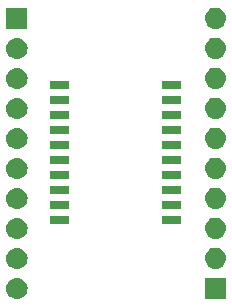
<source format=gts>
G04 #@! TF.GenerationSoftware,KiCad,Pcbnew,(5.1.4-0-10_14)*
G04 #@! TF.CreationDate,2019-12-04T21:12:01-08:00*
G04 #@! TF.ProjectId,SO20,534f3230-2e6b-4696-9361-645f70636258,rev?*
G04 #@! TF.SameCoordinates,Original*
G04 #@! TF.FileFunction,Soldermask,Top*
G04 #@! TF.FilePolarity,Negative*
%FSLAX46Y46*%
G04 Gerber Fmt 4.6, Leading zero omitted, Abs format (unit mm)*
G04 Created by KiCad (PCBNEW (5.1.4-0-10_14)) date 2019-12-04 21:12:01*
%MOMM*%
%LPD*%
G04 APERTURE LIST*
%ADD10C,0.100000*%
G04 APERTURE END LIST*
D10*
G36*
X134260543Y-78137619D02*
G01*
X134326727Y-78144137D01*
X134496566Y-78195657D01*
X134653091Y-78279322D01*
X134688829Y-78308652D01*
X134790286Y-78391914D01*
X134873548Y-78493371D01*
X134902878Y-78529109D01*
X134986543Y-78685634D01*
X135038063Y-78855473D01*
X135055459Y-79032100D01*
X135038063Y-79208727D01*
X134986543Y-79378566D01*
X134902878Y-79535091D01*
X134873548Y-79570829D01*
X134790286Y-79672286D01*
X134688829Y-79755548D01*
X134653091Y-79784878D01*
X134496566Y-79868543D01*
X134326727Y-79920063D01*
X134260542Y-79926582D01*
X134194360Y-79933100D01*
X134105840Y-79933100D01*
X134039658Y-79926582D01*
X133973473Y-79920063D01*
X133803634Y-79868543D01*
X133647109Y-79784878D01*
X133611371Y-79755548D01*
X133509914Y-79672286D01*
X133426652Y-79570829D01*
X133397322Y-79535091D01*
X133313657Y-79378566D01*
X133262137Y-79208727D01*
X133244741Y-79032100D01*
X133262137Y-78855473D01*
X133313657Y-78685634D01*
X133397322Y-78529109D01*
X133426652Y-78493371D01*
X133509914Y-78391914D01*
X133611371Y-78308652D01*
X133647109Y-78279322D01*
X133803634Y-78195657D01*
X133973473Y-78144137D01*
X134039657Y-78137619D01*
X134105840Y-78131100D01*
X134194360Y-78131100D01*
X134260543Y-78137619D01*
X134260543Y-78137619D01*
G37*
G36*
X151865900Y-79920400D02*
G01*
X150063900Y-79920400D01*
X150063900Y-78118400D01*
X151865900Y-78118400D01*
X151865900Y-79920400D01*
X151865900Y-79920400D01*
G37*
G36*
X134260543Y-75597619D02*
G01*
X134326727Y-75604137D01*
X134496566Y-75655657D01*
X134653091Y-75739322D01*
X134688829Y-75768652D01*
X134790286Y-75851914D01*
X134873548Y-75953371D01*
X134902878Y-75989109D01*
X134986543Y-76145634D01*
X135038063Y-76315473D01*
X135055459Y-76492100D01*
X135038063Y-76668727D01*
X134986543Y-76838566D01*
X134902878Y-76995091D01*
X134873548Y-77030829D01*
X134790286Y-77132286D01*
X134688829Y-77215548D01*
X134653091Y-77244878D01*
X134496566Y-77328543D01*
X134326727Y-77380063D01*
X134260543Y-77386581D01*
X134194360Y-77393100D01*
X134105840Y-77393100D01*
X134039657Y-77386581D01*
X133973473Y-77380063D01*
X133803634Y-77328543D01*
X133647109Y-77244878D01*
X133611371Y-77215548D01*
X133509914Y-77132286D01*
X133426652Y-77030829D01*
X133397322Y-76995091D01*
X133313657Y-76838566D01*
X133262137Y-76668727D01*
X133244741Y-76492100D01*
X133262137Y-76315473D01*
X133313657Y-76145634D01*
X133397322Y-75989109D01*
X133426652Y-75953371D01*
X133509914Y-75851914D01*
X133611371Y-75768652D01*
X133647109Y-75739322D01*
X133803634Y-75655657D01*
X133973473Y-75604137D01*
X134039657Y-75597619D01*
X134105840Y-75591100D01*
X134194360Y-75591100D01*
X134260543Y-75597619D01*
X134260543Y-75597619D01*
G37*
G36*
X151075342Y-75584918D02*
G01*
X151141527Y-75591437D01*
X151311366Y-75642957D01*
X151467891Y-75726622D01*
X151503629Y-75755952D01*
X151605086Y-75839214D01*
X151688348Y-75940671D01*
X151717678Y-75976409D01*
X151801343Y-76132934D01*
X151852863Y-76302773D01*
X151870259Y-76479400D01*
X151852863Y-76656027D01*
X151801343Y-76825866D01*
X151717678Y-76982391D01*
X151707257Y-76995089D01*
X151605086Y-77119586D01*
X151503629Y-77202848D01*
X151467891Y-77232178D01*
X151311366Y-77315843D01*
X151141527Y-77367363D01*
X151075342Y-77373882D01*
X151009160Y-77380400D01*
X150920640Y-77380400D01*
X150854458Y-77373882D01*
X150788273Y-77367363D01*
X150618434Y-77315843D01*
X150461909Y-77232178D01*
X150426171Y-77202848D01*
X150324714Y-77119586D01*
X150222543Y-76995089D01*
X150212122Y-76982391D01*
X150128457Y-76825866D01*
X150076937Y-76656027D01*
X150059541Y-76479400D01*
X150076937Y-76302773D01*
X150128457Y-76132934D01*
X150212122Y-75976409D01*
X150241452Y-75940671D01*
X150324714Y-75839214D01*
X150426171Y-75755952D01*
X150461909Y-75726622D01*
X150618434Y-75642957D01*
X150788273Y-75591437D01*
X150854458Y-75584918D01*
X150920640Y-75578400D01*
X151009160Y-75578400D01*
X151075342Y-75584918D01*
X151075342Y-75584918D01*
G37*
G36*
X134260542Y-73057618D02*
G01*
X134326727Y-73064137D01*
X134496566Y-73115657D01*
X134653091Y-73199322D01*
X134688829Y-73228652D01*
X134790286Y-73311914D01*
X134873548Y-73413371D01*
X134902878Y-73449109D01*
X134986543Y-73605634D01*
X135038063Y-73775473D01*
X135055459Y-73952100D01*
X135038063Y-74128727D01*
X134986543Y-74298566D01*
X134902878Y-74455091D01*
X134873548Y-74490829D01*
X134790286Y-74592286D01*
X134688829Y-74675548D01*
X134653091Y-74704878D01*
X134496566Y-74788543D01*
X134326727Y-74840063D01*
X134260542Y-74846582D01*
X134194360Y-74853100D01*
X134105840Y-74853100D01*
X134039658Y-74846582D01*
X133973473Y-74840063D01*
X133803634Y-74788543D01*
X133647109Y-74704878D01*
X133611371Y-74675548D01*
X133509914Y-74592286D01*
X133426652Y-74490829D01*
X133397322Y-74455091D01*
X133313657Y-74298566D01*
X133262137Y-74128727D01*
X133244741Y-73952100D01*
X133262137Y-73775473D01*
X133313657Y-73605634D01*
X133397322Y-73449109D01*
X133426652Y-73413371D01*
X133509914Y-73311914D01*
X133611371Y-73228652D01*
X133647109Y-73199322D01*
X133803634Y-73115657D01*
X133973473Y-73064137D01*
X134039658Y-73057618D01*
X134105840Y-73051100D01*
X134194360Y-73051100D01*
X134260542Y-73057618D01*
X134260542Y-73057618D01*
G37*
G36*
X151075343Y-73044919D02*
G01*
X151141527Y-73051437D01*
X151311366Y-73102957D01*
X151467891Y-73186622D01*
X151503629Y-73215952D01*
X151605086Y-73299214D01*
X151688348Y-73400671D01*
X151717678Y-73436409D01*
X151801343Y-73592934D01*
X151852863Y-73762773D01*
X151870259Y-73939400D01*
X151852863Y-74116027D01*
X151801343Y-74285866D01*
X151717678Y-74442391D01*
X151707257Y-74455089D01*
X151605086Y-74579586D01*
X151503629Y-74662848D01*
X151467891Y-74692178D01*
X151311366Y-74775843D01*
X151141527Y-74827363D01*
X151075343Y-74833881D01*
X151009160Y-74840400D01*
X150920640Y-74840400D01*
X150854457Y-74833881D01*
X150788273Y-74827363D01*
X150618434Y-74775843D01*
X150461909Y-74692178D01*
X150426171Y-74662848D01*
X150324714Y-74579586D01*
X150222543Y-74455089D01*
X150212122Y-74442391D01*
X150128457Y-74285866D01*
X150076937Y-74116027D01*
X150059541Y-73939400D01*
X150076937Y-73762773D01*
X150128457Y-73592934D01*
X150212122Y-73436409D01*
X150241452Y-73400671D01*
X150324714Y-73299214D01*
X150426171Y-73215952D01*
X150461909Y-73186622D01*
X150618434Y-73102957D01*
X150788273Y-73051437D01*
X150854457Y-73044919D01*
X150920640Y-73038400D01*
X151009160Y-73038400D01*
X151075343Y-73044919D01*
X151075343Y-73044919D01*
G37*
G36*
X148083100Y-73604600D02*
G01*
X146481100Y-73604600D01*
X146481100Y-72902600D01*
X148083100Y-72902600D01*
X148083100Y-73604600D01*
X148083100Y-73604600D01*
G37*
G36*
X138583100Y-73604600D02*
G01*
X136981100Y-73604600D01*
X136981100Y-72902600D01*
X138583100Y-72902600D01*
X138583100Y-73604600D01*
X138583100Y-73604600D01*
G37*
G36*
X148083100Y-72334600D02*
G01*
X146481100Y-72334600D01*
X146481100Y-71632600D01*
X148083100Y-71632600D01*
X148083100Y-72334600D01*
X148083100Y-72334600D01*
G37*
G36*
X138583100Y-72334600D02*
G01*
X136981100Y-72334600D01*
X136981100Y-71632600D01*
X138583100Y-71632600D01*
X138583100Y-72334600D01*
X138583100Y-72334600D01*
G37*
G36*
X134260542Y-70517618D02*
G01*
X134326727Y-70524137D01*
X134496566Y-70575657D01*
X134653091Y-70659322D01*
X134688829Y-70688652D01*
X134790286Y-70771914D01*
X134873548Y-70873371D01*
X134902878Y-70909109D01*
X134986543Y-71065634D01*
X135038063Y-71235473D01*
X135055459Y-71412100D01*
X135038063Y-71588727D01*
X134986543Y-71758566D01*
X134902878Y-71915091D01*
X134873548Y-71950829D01*
X134790286Y-72052286D01*
X134688829Y-72135548D01*
X134653091Y-72164878D01*
X134496566Y-72248543D01*
X134326727Y-72300063D01*
X134260543Y-72306581D01*
X134194360Y-72313100D01*
X134105840Y-72313100D01*
X134039657Y-72306581D01*
X133973473Y-72300063D01*
X133803634Y-72248543D01*
X133647109Y-72164878D01*
X133611371Y-72135548D01*
X133509914Y-72052286D01*
X133426652Y-71950829D01*
X133397322Y-71915091D01*
X133313657Y-71758566D01*
X133262137Y-71588727D01*
X133244741Y-71412100D01*
X133262137Y-71235473D01*
X133313657Y-71065634D01*
X133397322Y-70909109D01*
X133426652Y-70873371D01*
X133509914Y-70771914D01*
X133611371Y-70688652D01*
X133647109Y-70659322D01*
X133803634Y-70575657D01*
X133973473Y-70524137D01*
X134039658Y-70517618D01*
X134105840Y-70511100D01*
X134194360Y-70511100D01*
X134260542Y-70517618D01*
X134260542Y-70517618D01*
G37*
G36*
X151075342Y-70504918D02*
G01*
X151141527Y-70511437D01*
X151311366Y-70562957D01*
X151467891Y-70646622D01*
X151503629Y-70675952D01*
X151605086Y-70759214D01*
X151688348Y-70860671D01*
X151717678Y-70896409D01*
X151801343Y-71052934D01*
X151852863Y-71222773D01*
X151870259Y-71399400D01*
X151852863Y-71576027D01*
X151801343Y-71745866D01*
X151717678Y-71902391D01*
X151707257Y-71915089D01*
X151605086Y-72039586D01*
X151503629Y-72122848D01*
X151467891Y-72152178D01*
X151311366Y-72235843D01*
X151141527Y-72287363D01*
X151075343Y-72293881D01*
X151009160Y-72300400D01*
X150920640Y-72300400D01*
X150854457Y-72293881D01*
X150788273Y-72287363D01*
X150618434Y-72235843D01*
X150461909Y-72152178D01*
X150426171Y-72122848D01*
X150324714Y-72039586D01*
X150222543Y-71915089D01*
X150212122Y-71902391D01*
X150128457Y-71745866D01*
X150076937Y-71576027D01*
X150059541Y-71399400D01*
X150076937Y-71222773D01*
X150128457Y-71052934D01*
X150212122Y-70896409D01*
X150241452Y-70860671D01*
X150324714Y-70759214D01*
X150426171Y-70675952D01*
X150461909Y-70646622D01*
X150618434Y-70562957D01*
X150788273Y-70511437D01*
X150854458Y-70504918D01*
X150920640Y-70498400D01*
X151009160Y-70498400D01*
X151075342Y-70504918D01*
X151075342Y-70504918D01*
G37*
G36*
X148083100Y-71064600D02*
G01*
X146481100Y-71064600D01*
X146481100Y-70362600D01*
X148083100Y-70362600D01*
X148083100Y-71064600D01*
X148083100Y-71064600D01*
G37*
G36*
X138583100Y-71064600D02*
G01*
X136981100Y-71064600D01*
X136981100Y-70362600D01*
X138583100Y-70362600D01*
X138583100Y-71064600D01*
X138583100Y-71064600D01*
G37*
G36*
X138583100Y-69794600D02*
G01*
X136981100Y-69794600D01*
X136981100Y-69092600D01*
X138583100Y-69092600D01*
X138583100Y-69794600D01*
X138583100Y-69794600D01*
G37*
G36*
X148083100Y-69794600D02*
G01*
X146481100Y-69794600D01*
X146481100Y-69092600D01*
X148083100Y-69092600D01*
X148083100Y-69794600D01*
X148083100Y-69794600D01*
G37*
G36*
X134260543Y-67977619D02*
G01*
X134326727Y-67984137D01*
X134496566Y-68035657D01*
X134653091Y-68119322D01*
X134688829Y-68148652D01*
X134790286Y-68231914D01*
X134873548Y-68333371D01*
X134902878Y-68369109D01*
X134986543Y-68525634D01*
X135038063Y-68695473D01*
X135055459Y-68872100D01*
X135038063Y-69048727D01*
X134986543Y-69218566D01*
X134902878Y-69375091D01*
X134873548Y-69410829D01*
X134790286Y-69512286D01*
X134688829Y-69595548D01*
X134653091Y-69624878D01*
X134496566Y-69708543D01*
X134326727Y-69760063D01*
X134260542Y-69766582D01*
X134194360Y-69773100D01*
X134105840Y-69773100D01*
X134039658Y-69766582D01*
X133973473Y-69760063D01*
X133803634Y-69708543D01*
X133647109Y-69624878D01*
X133611371Y-69595548D01*
X133509914Y-69512286D01*
X133426652Y-69410829D01*
X133397322Y-69375091D01*
X133313657Y-69218566D01*
X133262137Y-69048727D01*
X133244741Y-68872100D01*
X133262137Y-68695473D01*
X133313657Y-68525634D01*
X133397322Y-68369109D01*
X133426652Y-68333371D01*
X133509914Y-68231914D01*
X133611371Y-68148652D01*
X133647109Y-68119322D01*
X133803634Y-68035657D01*
X133973473Y-67984137D01*
X134039657Y-67977619D01*
X134105840Y-67971100D01*
X134194360Y-67971100D01*
X134260543Y-67977619D01*
X134260543Y-67977619D01*
G37*
G36*
X151075343Y-67964919D02*
G01*
X151141527Y-67971437D01*
X151311366Y-68022957D01*
X151467891Y-68106622D01*
X151503629Y-68135952D01*
X151605086Y-68219214D01*
X151688348Y-68320671D01*
X151717678Y-68356409D01*
X151801343Y-68512934D01*
X151852863Y-68682773D01*
X151870259Y-68859400D01*
X151852863Y-69036027D01*
X151801343Y-69205866D01*
X151717678Y-69362391D01*
X151707257Y-69375089D01*
X151605086Y-69499586D01*
X151503629Y-69582848D01*
X151467891Y-69612178D01*
X151311366Y-69695843D01*
X151141527Y-69747363D01*
X151075342Y-69753882D01*
X151009160Y-69760400D01*
X150920640Y-69760400D01*
X150854458Y-69753882D01*
X150788273Y-69747363D01*
X150618434Y-69695843D01*
X150461909Y-69612178D01*
X150426171Y-69582848D01*
X150324714Y-69499586D01*
X150222543Y-69375089D01*
X150212122Y-69362391D01*
X150128457Y-69205866D01*
X150076937Y-69036027D01*
X150059541Y-68859400D01*
X150076937Y-68682773D01*
X150128457Y-68512934D01*
X150212122Y-68356409D01*
X150241452Y-68320671D01*
X150324714Y-68219214D01*
X150426171Y-68135952D01*
X150461909Y-68106622D01*
X150618434Y-68022957D01*
X150788273Y-67971437D01*
X150854457Y-67964919D01*
X150920640Y-67958400D01*
X151009160Y-67958400D01*
X151075343Y-67964919D01*
X151075343Y-67964919D01*
G37*
G36*
X138583100Y-68524600D02*
G01*
X136981100Y-68524600D01*
X136981100Y-67822600D01*
X138583100Y-67822600D01*
X138583100Y-68524600D01*
X138583100Y-68524600D01*
G37*
G36*
X148083100Y-68524600D02*
G01*
X146481100Y-68524600D01*
X146481100Y-67822600D01*
X148083100Y-67822600D01*
X148083100Y-68524600D01*
X148083100Y-68524600D01*
G37*
G36*
X138583100Y-67254600D02*
G01*
X136981100Y-67254600D01*
X136981100Y-66552600D01*
X138583100Y-66552600D01*
X138583100Y-67254600D01*
X138583100Y-67254600D01*
G37*
G36*
X148083100Y-67254600D02*
G01*
X146481100Y-67254600D01*
X146481100Y-66552600D01*
X148083100Y-66552600D01*
X148083100Y-67254600D01*
X148083100Y-67254600D01*
G37*
G36*
X134260543Y-65437619D02*
G01*
X134326727Y-65444137D01*
X134496566Y-65495657D01*
X134653091Y-65579322D01*
X134688829Y-65608652D01*
X134790286Y-65691914D01*
X134873548Y-65793371D01*
X134902878Y-65829109D01*
X134986543Y-65985634D01*
X135038063Y-66155473D01*
X135055459Y-66332100D01*
X135038063Y-66508727D01*
X134986543Y-66678566D01*
X134902878Y-66835091D01*
X134873548Y-66870829D01*
X134790286Y-66972286D01*
X134688829Y-67055548D01*
X134653091Y-67084878D01*
X134496566Y-67168543D01*
X134326727Y-67220063D01*
X134260543Y-67226581D01*
X134194360Y-67233100D01*
X134105840Y-67233100D01*
X134039657Y-67226581D01*
X133973473Y-67220063D01*
X133803634Y-67168543D01*
X133647109Y-67084878D01*
X133611371Y-67055548D01*
X133509914Y-66972286D01*
X133426652Y-66870829D01*
X133397322Y-66835091D01*
X133313657Y-66678566D01*
X133262137Y-66508727D01*
X133244741Y-66332100D01*
X133262137Y-66155473D01*
X133313657Y-65985634D01*
X133397322Y-65829109D01*
X133426652Y-65793371D01*
X133509914Y-65691914D01*
X133611371Y-65608652D01*
X133647109Y-65579322D01*
X133803634Y-65495657D01*
X133973473Y-65444137D01*
X134039657Y-65437619D01*
X134105840Y-65431100D01*
X134194360Y-65431100D01*
X134260543Y-65437619D01*
X134260543Y-65437619D01*
G37*
G36*
X151075342Y-65424918D02*
G01*
X151141527Y-65431437D01*
X151311366Y-65482957D01*
X151467891Y-65566622D01*
X151503629Y-65595952D01*
X151605086Y-65679214D01*
X151688348Y-65780671D01*
X151717678Y-65816409D01*
X151801343Y-65972934D01*
X151852863Y-66142773D01*
X151870259Y-66319400D01*
X151852863Y-66496027D01*
X151801343Y-66665866D01*
X151717678Y-66822391D01*
X151707257Y-66835089D01*
X151605086Y-66959586D01*
X151503629Y-67042848D01*
X151467891Y-67072178D01*
X151311366Y-67155843D01*
X151141527Y-67207363D01*
X151075342Y-67213882D01*
X151009160Y-67220400D01*
X150920640Y-67220400D01*
X150854458Y-67213882D01*
X150788273Y-67207363D01*
X150618434Y-67155843D01*
X150461909Y-67072178D01*
X150426171Y-67042848D01*
X150324714Y-66959586D01*
X150222543Y-66835089D01*
X150212122Y-66822391D01*
X150128457Y-66665866D01*
X150076937Y-66496027D01*
X150059541Y-66319400D01*
X150076937Y-66142773D01*
X150128457Y-65972934D01*
X150212122Y-65816409D01*
X150241452Y-65780671D01*
X150324714Y-65679214D01*
X150426171Y-65595952D01*
X150461909Y-65566622D01*
X150618434Y-65482957D01*
X150788273Y-65431437D01*
X150854458Y-65424918D01*
X150920640Y-65418400D01*
X151009160Y-65418400D01*
X151075342Y-65424918D01*
X151075342Y-65424918D01*
G37*
G36*
X138583100Y-65984600D02*
G01*
X136981100Y-65984600D01*
X136981100Y-65282600D01*
X138583100Y-65282600D01*
X138583100Y-65984600D01*
X138583100Y-65984600D01*
G37*
G36*
X148083100Y-65984600D02*
G01*
X146481100Y-65984600D01*
X146481100Y-65282600D01*
X148083100Y-65282600D01*
X148083100Y-65984600D01*
X148083100Y-65984600D01*
G37*
G36*
X138583100Y-64714600D02*
G01*
X136981100Y-64714600D01*
X136981100Y-64012600D01*
X138583100Y-64012600D01*
X138583100Y-64714600D01*
X138583100Y-64714600D01*
G37*
G36*
X148083100Y-64714600D02*
G01*
X146481100Y-64714600D01*
X146481100Y-64012600D01*
X148083100Y-64012600D01*
X148083100Y-64714600D01*
X148083100Y-64714600D01*
G37*
G36*
X134260542Y-62897618D02*
G01*
X134326727Y-62904137D01*
X134496566Y-62955657D01*
X134653091Y-63039322D01*
X134688829Y-63068652D01*
X134790286Y-63151914D01*
X134873548Y-63253371D01*
X134902878Y-63289109D01*
X134986543Y-63445634D01*
X135038063Y-63615473D01*
X135055459Y-63792100D01*
X135038063Y-63968727D01*
X134986543Y-64138566D01*
X134902878Y-64295091D01*
X134873548Y-64330829D01*
X134790286Y-64432286D01*
X134688829Y-64515548D01*
X134653091Y-64544878D01*
X134496566Y-64628543D01*
X134326727Y-64680063D01*
X134260542Y-64686582D01*
X134194360Y-64693100D01*
X134105840Y-64693100D01*
X134039658Y-64686582D01*
X133973473Y-64680063D01*
X133803634Y-64628543D01*
X133647109Y-64544878D01*
X133611371Y-64515548D01*
X133509914Y-64432286D01*
X133426652Y-64330829D01*
X133397322Y-64295091D01*
X133313657Y-64138566D01*
X133262137Y-63968727D01*
X133244741Y-63792100D01*
X133262137Y-63615473D01*
X133313657Y-63445634D01*
X133397322Y-63289109D01*
X133426652Y-63253371D01*
X133509914Y-63151914D01*
X133611371Y-63068652D01*
X133647109Y-63039322D01*
X133803634Y-62955657D01*
X133973473Y-62904137D01*
X134039658Y-62897618D01*
X134105840Y-62891100D01*
X134194360Y-62891100D01*
X134260542Y-62897618D01*
X134260542Y-62897618D01*
G37*
G36*
X151075343Y-62884919D02*
G01*
X151141527Y-62891437D01*
X151311366Y-62942957D01*
X151467891Y-63026622D01*
X151503629Y-63055952D01*
X151605086Y-63139214D01*
X151688348Y-63240671D01*
X151717678Y-63276409D01*
X151801343Y-63432934D01*
X151852863Y-63602773D01*
X151870259Y-63779400D01*
X151852863Y-63956027D01*
X151801343Y-64125866D01*
X151717678Y-64282391D01*
X151707257Y-64295089D01*
X151605086Y-64419586D01*
X151503629Y-64502848D01*
X151467891Y-64532178D01*
X151311366Y-64615843D01*
X151141527Y-64667363D01*
X151075342Y-64673882D01*
X151009160Y-64680400D01*
X150920640Y-64680400D01*
X150854458Y-64673882D01*
X150788273Y-64667363D01*
X150618434Y-64615843D01*
X150461909Y-64532178D01*
X150426171Y-64502848D01*
X150324714Y-64419586D01*
X150222543Y-64295089D01*
X150212122Y-64282391D01*
X150128457Y-64125866D01*
X150076937Y-63956027D01*
X150059541Y-63779400D01*
X150076937Y-63602773D01*
X150128457Y-63432934D01*
X150212122Y-63276409D01*
X150241452Y-63240671D01*
X150324714Y-63139214D01*
X150426171Y-63055952D01*
X150461909Y-63026622D01*
X150618434Y-62942957D01*
X150788273Y-62891437D01*
X150854457Y-62884919D01*
X150920640Y-62878400D01*
X151009160Y-62878400D01*
X151075343Y-62884919D01*
X151075343Y-62884919D01*
G37*
G36*
X138583100Y-63444600D02*
G01*
X136981100Y-63444600D01*
X136981100Y-62742600D01*
X138583100Y-62742600D01*
X138583100Y-63444600D01*
X138583100Y-63444600D01*
G37*
G36*
X148083100Y-63444600D02*
G01*
X146481100Y-63444600D01*
X146481100Y-62742600D01*
X148083100Y-62742600D01*
X148083100Y-63444600D01*
X148083100Y-63444600D01*
G37*
G36*
X148083100Y-62174600D02*
G01*
X146481100Y-62174600D01*
X146481100Y-61472600D01*
X148083100Y-61472600D01*
X148083100Y-62174600D01*
X148083100Y-62174600D01*
G37*
G36*
X138583100Y-62174600D02*
G01*
X136981100Y-62174600D01*
X136981100Y-61472600D01*
X138583100Y-61472600D01*
X138583100Y-62174600D01*
X138583100Y-62174600D01*
G37*
G36*
X134260543Y-60357619D02*
G01*
X134326727Y-60364137D01*
X134496566Y-60415657D01*
X134653091Y-60499322D01*
X134688829Y-60528652D01*
X134790286Y-60611914D01*
X134873548Y-60713371D01*
X134902878Y-60749109D01*
X134986543Y-60905634D01*
X135038063Y-61075473D01*
X135055459Y-61252100D01*
X135038063Y-61428727D01*
X134986543Y-61598566D01*
X134902878Y-61755091D01*
X134873548Y-61790829D01*
X134790286Y-61892286D01*
X134688829Y-61975548D01*
X134653091Y-62004878D01*
X134496566Y-62088543D01*
X134326727Y-62140063D01*
X134260543Y-62146581D01*
X134194360Y-62153100D01*
X134105840Y-62153100D01*
X134039657Y-62146581D01*
X133973473Y-62140063D01*
X133803634Y-62088543D01*
X133647109Y-62004878D01*
X133611371Y-61975548D01*
X133509914Y-61892286D01*
X133426652Y-61790829D01*
X133397322Y-61755091D01*
X133313657Y-61598566D01*
X133262137Y-61428727D01*
X133244741Y-61252100D01*
X133262137Y-61075473D01*
X133313657Y-60905634D01*
X133397322Y-60749109D01*
X133426652Y-60713371D01*
X133509914Y-60611914D01*
X133611371Y-60528652D01*
X133647109Y-60499322D01*
X133803634Y-60415657D01*
X133973473Y-60364137D01*
X134039657Y-60357619D01*
X134105840Y-60351100D01*
X134194360Y-60351100D01*
X134260543Y-60357619D01*
X134260543Y-60357619D01*
G37*
G36*
X151075342Y-60344918D02*
G01*
X151141527Y-60351437D01*
X151311366Y-60402957D01*
X151467891Y-60486622D01*
X151503629Y-60515952D01*
X151605086Y-60599214D01*
X151688348Y-60700671D01*
X151717678Y-60736409D01*
X151801343Y-60892934D01*
X151852863Y-61062773D01*
X151870259Y-61239400D01*
X151852863Y-61416027D01*
X151801343Y-61585866D01*
X151717678Y-61742391D01*
X151707257Y-61755089D01*
X151605086Y-61879586D01*
X151503629Y-61962848D01*
X151467891Y-61992178D01*
X151311366Y-62075843D01*
X151141527Y-62127363D01*
X151075343Y-62133881D01*
X151009160Y-62140400D01*
X150920640Y-62140400D01*
X150854457Y-62133881D01*
X150788273Y-62127363D01*
X150618434Y-62075843D01*
X150461909Y-61992178D01*
X150426171Y-61962848D01*
X150324714Y-61879586D01*
X150222543Y-61755089D01*
X150212122Y-61742391D01*
X150128457Y-61585866D01*
X150076937Y-61416027D01*
X150059541Y-61239400D01*
X150076937Y-61062773D01*
X150128457Y-60892934D01*
X150212122Y-60736409D01*
X150241452Y-60700671D01*
X150324714Y-60599214D01*
X150426171Y-60515952D01*
X150461909Y-60486622D01*
X150618434Y-60402957D01*
X150788273Y-60351437D01*
X150854458Y-60344918D01*
X150920640Y-60338400D01*
X151009160Y-60338400D01*
X151075342Y-60344918D01*
X151075342Y-60344918D01*
G37*
G36*
X134260542Y-57817618D02*
G01*
X134326727Y-57824137D01*
X134496566Y-57875657D01*
X134653091Y-57959322D01*
X134688829Y-57988652D01*
X134790286Y-58071914D01*
X134873548Y-58173371D01*
X134902878Y-58209109D01*
X134986543Y-58365634D01*
X135038063Y-58535473D01*
X135055459Y-58712100D01*
X135038063Y-58888727D01*
X134986543Y-59058566D01*
X134902878Y-59215091D01*
X134873548Y-59250829D01*
X134790286Y-59352286D01*
X134688829Y-59435548D01*
X134653091Y-59464878D01*
X134496566Y-59548543D01*
X134326727Y-59600063D01*
X134260543Y-59606581D01*
X134194360Y-59613100D01*
X134105840Y-59613100D01*
X134039657Y-59606581D01*
X133973473Y-59600063D01*
X133803634Y-59548543D01*
X133647109Y-59464878D01*
X133611371Y-59435548D01*
X133509914Y-59352286D01*
X133426652Y-59250829D01*
X133397322Y-59215091D01*
X133313657Y-59058566D01*
X133262137Y-58888727D01*
X133244741Y-58712100D01*
X133262137Y-58535473D01*
X133313657Y-58365634D01*
X133397322Y-58209109D01*
X133426652Y-58173371D01*
X133509914Y-58071914D01*
X133611371Y-57988652D01*
X133647109Y-57959322D01*
X133803634Y-57875657D01*
X133973473Y-57824137D01*
X134039658Y-57817618D01*
X134105840Y-57811100D01*
X134194360Y-57811100D01*
X134260542Y-57817618D01*
X134260542Y-57817618D01*
G37*
G36*
X151075343Y-57804919D02*
G01*
X151141527Y-57811437D01*
X151311366Y-57862957D01*
X151467891Y-57946622D01*
X151503629Y-57975952D01*
X151605086Y-58059214D01*
X151688348Y-58160671D01*
X151717678Y-58196409D01*
X151801343Y-58352934D01*
X151852863Y-58522773D01*
X151870259Y-58699400D01*
X151852863Y-58876027D01*
X151801343Y-59045866D01*
X151717678Y-59202391D01*
X151707257Y-59215089D01*
X151605086Y-59339586D01*
X151503629Y-59422848D01*
X151467891Y-59452178D01*
X151311366Y-59535843D01*
X151141527Y-59587363D01*
X151075342Y-59593882D01*
X151009160Y-59600400D01*
X150920640Y-59600400D01*
X150854458Y-59593882D01*
X150788273Y-59587363D01*
X150618434Y-59535843D01*
X150461909Y-59452178D01*
X150426171Y-59422848D01*
X150324714Y-59339586D01*
X150222543Y-59215089D01*
X150212122Y-59202391D01*
X150128457Y-59045866D01*
X150076937Y-58876027D01*
X150059541Y-58699400D01*
X150076937Y-58522773D01*
X150128457Y-58352934D01*
X150212122Y-58196409D01*
X150241452Y-58160671D01*
X150324714Y-58059214D01*
X150426171Y-57975952D01*
X150461909Y-57946622D01*
X150618434Y-57862957D01*
X150788273Y-57811437D01*
X150854457Y-57804919D01*
X150920640Y-57798400D01*
X151009160Y-57798400D01*
X151075343Y-57804919D01*
X151075343Y-57804919D01*
G37*
G36*
X135051100Y-57073100D02*
G01*
X133249100Y-57073100D01*
X133249100Y-55271100D01*
X135051100Y-55271100D01*
X135051100Y-57073100D01*
X135051100Y-57073100D01*
G37*
G36*
X151075342Y-55264918D02*
G01*
X151141527Y-55271437D01*
X151311366Y-55322957D01*
X151467891Y-55406622D01*
X151503629Y-55435952D01*
X151605086Y-55519214D01*
X151688348Y-55620671D01*
X151717678Y-55656409D01*
X151801343Y-55812934D01*
X151852863Y-55982773D01*
X151870259Y-56159400D01*
X151852863Y-56336027D01*
X151801343Y-56505866D01*
X151717678Y-56662391D01*
X151688348Y-56698129D01*
X151605086Y-56799586D01*
X151503629Y-56882848D01*
X151467891Y-56912178D01*
X151311366Y-56995843D01*
X151141527Y-57047363D01*
X151075342Y-57053882D01*
X151009160Y-57060400D01*
X150920640Y-57060400D01*
X150854458Y-57053882D01*
X150788273Y-57047363D01*
X150618434Y-56995843D01*
X150461909Y-56912178D01*
X150426171Y-56882848D01*
X150324714Y-56799586D01*
X150241452Y-56698129D01*
X150212122Y-56662391D01*
X150128457Y-56505866D01*
X150076937Y-56336027D01*
X150059541Y-56159400D01*
X150076937Y-55982773D01*
X150128457Y-55812934D01*
X150212122Y-55656409D01*
X150241452Y-55620671D01*
X150324714Y-55519214D01*
X150426171Y-55435952D01*
X150461909Y-55406622D01*
X150618434Y-55322957D01*
X150788273Y-55271437D01*
X150854458Y-55264918D01*
X150920640Y-55258400D01*
X151009160Y-55258400D01*
X151075342Y-55264918D01*
X151075342Y-55264918D01*
G37*
M02*

</source>
